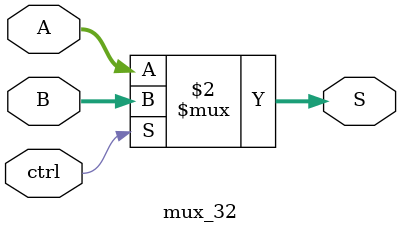
<source format=v>
`timescale 1ns / 1ps
module mux_32(
           input wire[31:0] A,B,
			  output wire[31:0] S,
			  input wire ctrl
    );

assign S = (ctrl==0)?A:B;

endmodule


</source>
